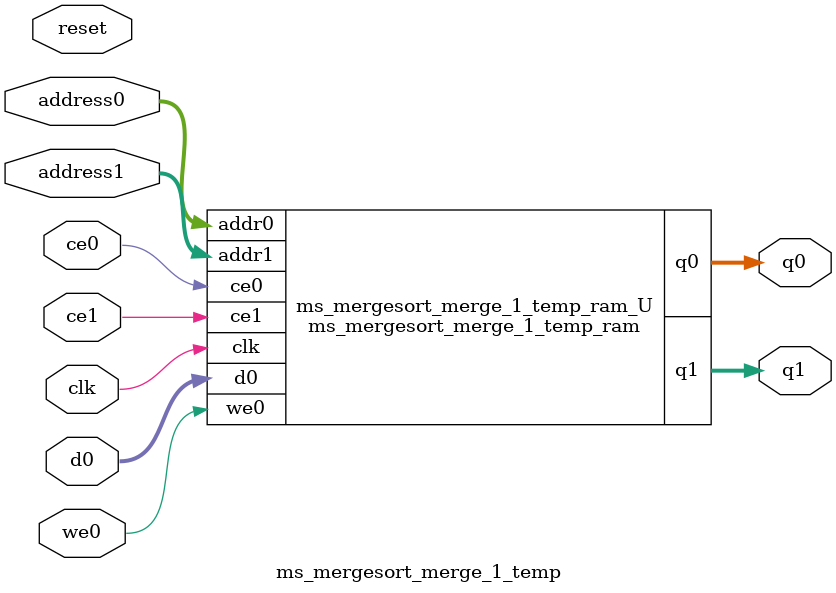
<source format=v>
`timescale 1 ns / 1 ps
module ms_mergesort_merge_1_temp_ram (addr0, ce0, d0, we0, q0, addr1, ce1, q1,  clk);

parameter DWIDTH = 32;
parameter AWIDTH = 11;
parameter MEM_SIZE = 2048;

input[AWIDTH-1:0] addr0;
input ce0;
input[DWIDTH-1:0] d0;
input we0;
output reg[DWIDTH-1:0] q0;
input[AWIDTH-1:0] addr1;
input ce1;
output reg[DWIDTH-1:0] q1;
input clk;

reg [DWIDTH-1:0] ram0[0:MEM_SIZE-1];



always @(posedge clk)  
begin 
    if (ce0) begin
        if (we0) 
            ram0[addr0] <= d0; 
        q0 <= ram0[addr0];
    end
end


always @(posedge clk)  
begin 
    if (ce1) begin
        q1 <= ram0[addr1];
    end
end


endmodule

`timescale 1 ns / 1 ps
module ms_mergesort_merge_1_temp(
    reset,
    clk,
    address0,
    ce0,
    we0,
    d0,
    q0,
    address1,
    ce1,
    q1);

parameter DataWidth = 32'd32;
parameter AddressRange = 32'd2048;
parameter AddressWidth = 32'd11;
input reset;
input clk;
input[AddressWidth - 1:0] address0;
input ce0;
input we0;
input[DataWidth - 1:0] d0;
output[DataWidth - 1:0] q0;
input[AddressWidth - 1:0] address1;
input ce1;
output[DataWidth - 1:0] q1;



ms_mergesort_merge_1_temp_ram ms_mergesort_merge_1_temp_ram_U(
    .clk( clk ),
    .addr0( address0 ),
    .ce0( ce0 ),
    .we0( we0 ),
    .d0( d0 ),
    .q0( q0 ),
    .addr1( address1 ),
    .ce1( ce1 ),
    .q1( q1 ));

endmodule


</source>
